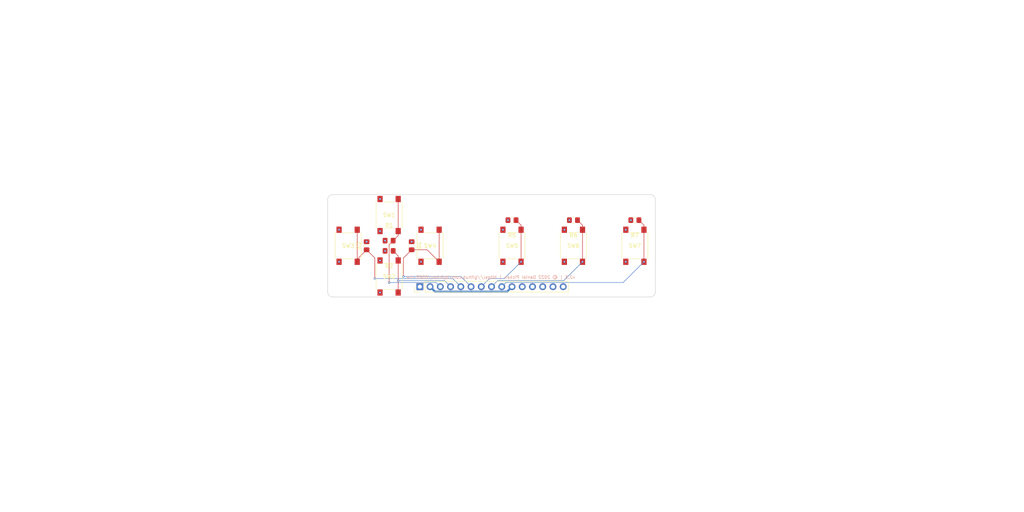
<source format=kicad_pcb>
(kicad_pcb (version 20211014) (generator pcbnew)
  (title_block (title "6502 SBC Expansion - Controller") (date "2022-06-14") (rev "2.3"))
  (layers (0 "F.Cu" signal) (1 "In1.Cu" power) (2 "In2.Cu" power) (31 "B.Cu" signal) (34 "B.Paste" user) (35 "F.Paste" user) (36 "B.SilkS" user "B.Silkscreen") (37 "F.SilkS" user "F.Silkscreen") (38 "B.Mask" user) (39 "F.Mask" user) (44 "Edge.Cuts" user))
  (net 0 "")
  (net 1 "+5V")
  (net 2 "LED_ENABLE")
  (net 3 "UP")
  (net 4 "DOWN")
  (net 5 "LEFT")
  (net 6 "RIGHT")
  (net 7 "A")
  (net 8 "B")
  (net 9 "C")
  (net 13 "GND")
  (footprint "Resistor_SMD:R_0805_2012Metric_Pad1.20x1.40mm_HandSolder" (layer "F.Cu") (at 116.84 90.17 180)
    (fp_text reference "R2" (at 0 -3.81) (layer "F.SilkS"))
    (fp_text value "1K")
    (fp_line (start -0.227064 -0.735) (end 0.227064 -0.735) (layer "F.SilkS") (width 0.12))
    (fp_line (start -0.227064 0.735) (end 0.227064 0.735) (layer "F.SilkS") (width 0.12))
    (pad "1" smd roundrect locked (at -1 0 180) (size 1.2 1.4) (layers "F.Cu" "F.Paste" "F.Mask") (roundrect_rratio 0.2083333333) (net 4 "DOWN"))
    (pad "2" smd roundrect locked (at 1 0 180) (size 1.2 1.4) (layers "F.Cu" "F.Paste" "F.Mask") (roundrect_rratio 0.2083333333) (net 13 "GND"))
  )
  (footprint "Resistor_SMD:R_0805_2012Metric_Pad1.20x1.40mm_HandSolder" (layer "F.Cu") (at 162.56 82.55 180)
    (fp_text reference "R6" (at 0 -3.81) (layer "F.SilkS"))
    (fp_text value "1K")
    (fp_line (start -0.227064 -0.735) (end 0.227064 -0.735) (layer "F.SilkS") (width 0.12))
    (fp_line (start -0.227064 0.735) (end 0.227064 0.735) (layer "F.SilkS") (width 0.12))
    (pad "1" smd roundrect locked (at -1 0 180) (size 1.2 1.4) (layers "F.Cu" "F.Paste" "F.Mask") (roundrect_rratio 0.2083333333) (net 8 "B"))
    (pad "2" smd roundrect locked (at 1 0 180) (size 1.2 1.4) (layers "F.Cu" "F.Paste" "F.Mask") (roundrect_rratio 0.2083333333) (net 13 "GND"))
  )
  (footprint "Button_Switch_SMD:SW_Push_1P1T_NO_6x6mm_H9.5mm" (layer "F.Cu") (at 162.56 88.9 90)
    (fp_text reference "SW6" (at 0 0 180) (layer "F.SilkS"))
    (fp_text value "SW_Push")
    (fp_line (start -3.23 -3.23) (end 3.23 -3.23) (layer "F.SilkS") (width 0.12))
    (fp_line (start -3.23 -3.2) (end -3.23 -3.23) (layer "F.SilkS") (width 0.12))
    (fp_line (start 3.23 -1.3) (end 3.23 1.3) (layer "F.SilkS") (width 0.12))
    (fp_line (start -3.23 -1.3) (end -3.23 1.3) (layer "F.SilkS") (width 0.12))
    (fp_line (start 3.23 3.23) (end 3.23 3.2) (layer "F.SilkS") (width 0.12))
    (fp_line (start -3.23 3.23) (end -3.23 3.2) (layer "F.SilkS") (width 0.12))
    (fp_line (start 3.23 -3.23) (end 3.23 -3.2) (layer "F.SilkS") (width 0.12))
    (fp_line (start -3.23 3.23) (end 3.23 3.23) (layer "F.SilkS") (width 0.12))
    (pad "1" smd rect locked (at 3.975 -2.25 90) (size 1.55 1.3) (layers "F.Cu" "F.Paste" "F.Mask") (net 1 "+5V"))
    (pad "1" smd rect locked (at -3.975 -2.25 90) (size 1.55 1.3) (layers "F.Cu" "F.Paste" "F.Mask") (net 1 "+5V"))
    (pad "2" smd rect locked (at -3.975 2.25 90) (size 1.55 1.3) (layers "F.Cu" "F.Paste" "F.Mask") (net 8 "B"))
    (pad "2" smd rect locked (at 3.975 2.25 90) (size 1.55 1.3) (layers "F.Cu" "F.Paste" "F.Mask") (net 8 "B"))
  )
  (footprint "Button_Switch_SMD:SW_Push_1P1T_NO_6x6mm_H9.5mm" (layer "F.Cu") (at 177.8 88.9 90)
    (fp_text reference "SW7" (at 0 0 180) (layer "F.SilkS"))
    (fp_text value "SW_Push")
    (fp_line (start -3.23 -3.2) (end -3.23 -3.23) (layer "F.SilkS") (width 0.12))
    (fp_line (start 3.23 -3.23) (end 3.23 -3.2) (layer "F.SilkS") (width 0.12))
    (fp_line (start -3.23 -1.3) (end -3.23 1.3) (layer "F.SilkS") (width 0.12))
    (fp_line (start -3.23 -3.23) (end 3.23 -3.23) (layer "F.SilkS") (width 0.12))
    (fp_line (start 3.23 -1.3) (end 3.23 1.3) (layer "F.SilkS") (width 0.12))
    (fp_line (start 3.23 3.23) (end 3.23 3.2) (layer "F.SilkS") (width 0.12))
    (fp_line (start -3.23 3.23) (end -3.23 3.2) (layer "F.SilkS") (width 0.12))
    (fp_line (start -3.23 3.23) (end 3.23 3.23) (layer "F.SilkS") (width 0.12))
    (pad "1" smd rect locked (at -3.975 -2.25 90) (size 1.55 1.3) (layers "F.Cu" "F.Paste" "F.Mask") (net 1 "+5V"))
    (pad "1" smd rect locked (at 3.975 -2.25 90) (size 1.55 1.3) (layers "F.Cu" "F.Paste" "F.Mask") (net 1 "+5V"))
    (pad "2" smd rect locked (at -3.975 2.25 90) (size 1.55 1.3) (layers "F.Cu" "F.Paste" "F.Mask") (net 9 "C"))
    (pad "2" smd rect locked (at 3.975 2.25 90) (size 1.55 1.3) (layers "F.Cu" "F.Paste" "F.Mask") (net 9 "C"))
  )
  (footprint "Button_Switch_SMD:SW_Push_1P1T_NO_6x6mm_H9.5mm" (layer "F.Cu") (at 147.32 88.9 90)
    (fp_text reference "SW5" (at 0 0 180) (layer "F.SilkS"))
    (fp_text value "SW_Push")
    (fp_line (start -3.23 3.23) (end -3.23 3.2) (layer "F.SilkS") (width 0.12))
    (fp_line (start -3.23 -1.3) (end -3.23 1.3) (layer "F.SilkS") (width 0.12))
    (fp_line (start 3.23 -3.23) (end 3.23 -3.2) (layer "F.SilkS") (width 0.12))
    (fp_line (start -3.23 -3.2) (end -3.23 -3.23) (layer "F.SilkS") (width 0.12))
    (fp_line (start 3.23 3.23) (end 3.23 3.2) (layer "F.SilkS") (width 0.12))
    (fp_line (start 3.23 -1.3) (end 3.23 1.3) (layer "F.SilkS") (width 0.12))
    (fp_line (start -3.23 3.23) (end 3.23 3.23) (layer "F.SilkS") (width 0.12))
    (fp_line (start -3.23 -3.23) (end 3.23 -3.23) (layer "F.SilkS") (width 0.12))
    (pad "1" smd rect locked (at -3.975 -2.25 90) (size 1.55 1.3) (layers "F.Cu" "F.Paste" "F.Mask") (net 1 "+5V"))
    (pad "1" smd rect locked (at 3.975 -2.25 90) (size 1.55 1.3) (layers "F.Cu" "F.Paste" "F.Mask") (net 1 "+5V"))
    (pad "2" smd rect locked (at -3.975 2.25 90) (size 1.55 1.3) (layers "F.Cu" "F.Paste" "F.Mask") (net 7 "A"))
    (pad "2" smd rect locked (at 3.975 2.25 90) (size 1.55 1.3) (layers "F.Cu" "F.Paste" "F.Mask") (net 7 "A"))
  )
  (footprint "Button_Switch_SMD:SW_Push_1P1T_NO_6x6mm_H9.5mm" (layer "F.Cu") (at 127 88.9 90)
    (fp_text reference "SW4" (at 0 0 180) (layer "F.SilkS"))
    (fp_text value "SW_Push")
    (fp_line (start -3.23 3.23) (end -3.23 3.2) (layer "F.SilkS") (width 0.12))
    (fp_line (start 3.23 -3.23) (end 3.23 -3.2) (layer "F.SilkS") (width 0.12))
    (fp_line (start -3.23 3.23) (end 3.23 3.23) (layer "F.SilkS") (width 0.12))
    (fp_line (start 3.23 -1.3) (end 3.23 1.3) (layer "F.SilkS") (width 0.12))
    (fp_line (start 3.23 3.23) (end 3.23 3.2) (layer "F.SilkS") (width 0.12))
    (fp_line (start -3.23 -1.3) (end -3.23 1.3) (layer "F.SilkS") (width 0.12))
    (fp_line (start -3.23 -3.23) (end 3.23 -3.23) (layer "F.SilkS") (width 0.12))
    (fp_line (start -3.23 -3.2) (end -3.23 -3.23) (layer "F.SilkS") (width 0.12))
    (pad "1" smd rect locked (at 3.975 -2.25 90) (size 1.55 1.3) (layers "F.Cu" "F.Paste" "F.Mask") (net 1 "+5V"))
    (pad "1" smd rect locked (at -3.975 -2.25 90) (size 1.55 1.3) (layers "F.Cu" "F.Paste" "F.Mask") (net 1 "+5V"))
    (pad "2" smd rect locked (at 3.975 2.25 90) (size 1.55 1.3) (layers "F.Cu" "F.Paste" "F.Mask") (net 6 "RIGHT"))
    (pad "2" smd rect locked (at -3.975 2.25 90) (size 1.55 1.3) (layers "F.Cu" "F.Paste" "F.Mask") (net 6 "RIGHT"))
  )
  (footprint "Button_Switch_SMD:SW_Push_1P1T_NO_6x6mm_H9.5mm" (layer "F.Cu") (at 116.84 81.28 90)
    (fp_text reference "SW1" (at 0 0 180) (layer "F.SilkS"))
    (fp_text value "SW_Push")
    (fp_line (start 3.23 -3.23) (end 3.23 -3.2) (layer "F.SilkS") (width 0.12))
    (fp_line (start -3.23 -3.23) (end 3.23 -3.23) (layer "F.SilkS") (width 0.12))
    (fp_line (start -3.23 3.23) (end -3.23 3.2) (layer "F.SilkS") (width 0.12))
    (fp_line (start -3.23 3.23) (end 3.23 3.23) (layer "F.SilkS") (width 0.12))
    (fp_line (start 3.23 3.23) (end 3.23 3.2) (layer "F.SilkS") (width 0.12))
    (fp_line (start 3.23 -1.3) (end 3.23 1.3) (layer "F.SilkS") (width 0.12))
    (fp_line (start -3.23 -3.2) (end -3.23 -3.23) (layer "F.SilkS") (width 0.12))
    (fp_line (start -3.23 -1.3) (end -3.23 1.3) (layer "F.SilkS") (width 0.12))
    (pad "1" smd rect locked (at -3.975 -2.25 90) (size 1.55 1.3) (layers "F.Cu" "F.Paste" "F.Mask") (net 1 "+5V"))
    (pad "1" smd rect locked (at 3.975 -2.25 90) (size 1.55 1.3) (layers "F.Cu" "F.Paste" "F.Mask") (net 1 "+5V"))
    (pad "2" smd rect locked (at -3.975 2.25 90) (size 1.55 1.3) (layers "F.Cu" "F.Paste" "F.Mask") (net 3 "UP"))
    (pad "2" smd rect locked (at 3.975 2.25 90) (size 1.55 1.3) (layers "F.Cu" "F.Paste" "F.Mask") (net 3 "UP"))
  )
  (footprint "Connector_PinHeader_2.54mm:PinHeader_1x15_P2.54mm_Vertical" (layer "F.Cu") (at 124.46 99.06 90)
    (fp_text reference "J1")
    (fp_text value "SBC_EXP")
    (fp_line (start -1.33 1.27) (end 1.33 1.27) (layer "F.SilkS") (width 0.12))
    (fp_line (start -1.33 36.89) (end 1.33 36.89) (layer "F.SilkS") (width 0.12))
    (fp_line (start 1.33 1.27) (end 1.33 36.89) (layer "F.SilkS") (width 0.12))
    (fp_line (start -1.33 0) (end -1.33 -1.33) (layer "F.SilkS") (width 0.12))
    (fp_line (start -1.33 -1.33) (end 0 -1.33) (layer "F.SilkS") (width 0.12))
    (fp_line (start -1.33 1.27) (end -1.33 36.89) (layer "F.SilkS") (width 0.12))
    (pad "1" thru_hole rect locked (at 0 0 90) (size 1.7 1.7) (drill 1) (layers *.Cu *.Mask) (net 1 "+5V"))
    (pad "2" thru_hole oval locked (at 0 2.54 90) (size 1.7 1.7) (drill 1) (layers *.Cu *.Mask) (net 2 "LED_ENABLE"))
    (pad "3" thru_hole oval locked (at 0 5.08 90) (size 1.7 1.7) (drill 1) (layers *.Cu *.Mask) (net 3 "UP"))
    (pad "4" thru_hole oval locked (at 0 7.62 90) (size 1.7 1.7) (drill 1) (layers *.Cu *.Mask) (net 4 "DOWN"))
    (pad "5" thru_hole oval locked (at 0 10.16 90) (size 1.7 1.7) (drill 1) (layers *.Cu *.Mask) (net 5 "LEFT"))
    (pad "6" thru_hole oval locked (at 0 12.7 90) (size 1.7 1.7) (drill 1) (layers *.Cu *.Mask) (net 6 "RIGHT"))
    (pad "7" thru_hole oval locked (at 0 15.24 90) (size 1.7 1.7) (drill 1) (layers *.Cu *.Mask) (net 7 "A"))
    (pad "8" thru_hole oval locked (at 0 17.78 90) (size 1.7 1.7) (drill 1) (layers *.Cu *.Mask) (net 8 "B"))
    (pad "9" thru_hole oval locked (at 0 20.32 90) (size 1.7 1.7) (drill 1) (layers *.Cu *.Mask) (net 9 "C"))
    (pad "10" thru_hole oval locked (at 0 22.86 90) (size 1.7 1.7) (drill 1) (layers *.Cu *.Mask) (net 2 "LED_ENABLE"))
    (pad "11" thru_hole oval locked (at 0 25.4 90) (size 1.7 1.7) (drill 1) (layers *.Cu *.Mask))
    (pad "12" thru_hole oval locked (at 0 27.94 90) (size 1.7 1.7) (drill 1) (layers *.Cu *.Mask))
    (pad "13" thru_hole oval locked (at 0 30.48 90) (size 1.7 1.7) (drill 1) (layers *.Cu *.Mask))
    (pad "14" thru_hole oval locked (at 0 33.02 90) (size 1.7 1.7) (drill 1) (layers *.Cu *.Mask) (net 13 "GND"))
    (pad "15" thru_hole oval locked (at 0 35.56 90) (size 1.7 1.7) (drill 1) (layers *.Cu *.Mask))
  )
  (footprint "Resistor_SMD:R_0805_2012Metric_Pad1.20x1.40mm_HandSolder" (layer "F.Cu") (at 177.8 82.55 180)
    (fp_text reference "R7" (at 0 -3.81) (layer "F.SilkS"))
    (fp_text value "1K")
    (fp_line (start -0.227064 0.735) (end 0.227064 0.735) (layer "F.SilkS") (width 0.12))
    (fp_line (start -0.227064 -0.735) (end 0.227064 -0.735) (layer "F.SilkS") (width 0.12))
    (pad "1" smd roundrect locked (at -1 0 180) (size 1.2 1.4) (layers "F.Cu" "F.Paste" "F.Mask") (roundrect_rratio 0.2083333333) (net 9 "C"))
    (pad "2" smd roundrect locked (at 1 0 180) (size 1.2 1.4) (layers "F.Cu" "F.Paste" "F.Mask") (roundrect_rratio 0.2083333333) (net 13 "GND"))
  )
  (footprint "Resistor_SMD:R_0805_2012Metric_Pad1.20x1.40mm_HandSolder" (layer "F.Cu") (at 147.32 82.55 180)
    (fp_text reference "R5" (at 0 -3.81) (layer "F.SilkS"))
    (fp_text value "1K")
    (fp_line (start -0.227064 0.735) (end 0.227064 0.735) (layer "F.SilkS") (width 0.12))
    (fp_line (start -0.227064 -0.735) (end 0.227064 -0.735) (layer "F.SilkS") (width 0.12))
    (pad "1" smd roundrect locked (at -1 0 180) (size 1.2 1.4) (layers "F.Cu" "F.Paste" "F.Mask") (roundrect_rratio 0.2083333333) (net 7 "A"))
    (pad "2" smd roundrect locked (at 1 0 180) (size 1.2 1.4) (layers "F.Cu" "F.Paste" "F.Mask") (roundrect_rratio 0.2083333333) (net 13 "GND"))
  )
  (footprint "Resistor_SMD:R_0805_2012Metric_Pad1.20x1.40mm_HandSolder" (layer "F.Cu") (at 111.252 88.9 90)
    (fp_text reference "R3" (at 0 -2.032 90) (layer "F.SilkS"))
    (fp_text value "1K")
    (fp_line (start -0.227064 -0.735) (end 0.227064 -0.735) (layer "F.SilkS") (width 0.12))
    (fp_line (start -0.227064 0.735) (end 0.227064 0.735) (layer "F.SilkS") (width 0.12))
    (pad "1" smd roundrect locked (at -1 0 90) (size 1.2 1.4) (layers "F.Cu" "F.Paste" "F.Mask") (roundrect_rratio 0.2083333333) (net 5 "LEFT"))
    (pad "2" smd roundrect locked (at 1 0 90) (size 1.2 1.4) (layers "F.Cu" "F.Paste" "F.Mask") (roundrect_rratio 0.2083333333) (net 13 "GND"))
  )
  (footprint "Resistor_SMD:R_0805_2012Metric_Pad1.20x1.40mm_HandSolder" (layer "F.Cu") (at 116.84 87.63 180)
    (fp_text reference "R1" (at 0 3.81) (layer "F.SilkS"))
    (fp_text value "1K")
    (fp_line (start -0.227064 0.735) (end 0.227064 0.735) (layer "F.SilkS") (width 0.12))
    (fp_line (start -0.227064 -0.735) (end 0.227064 -0.735) (layer "F.SilkS") (width 0.12))
    (pad "1" smd roundrect locked (at -1 0 180) (size 1.2 1.4) (layers "F.Cu" "F.Paste" "F.Mask") (roundrect_rratio 0.2083333333) (net 3 "UP"))
    (pad "2" smd roundrect locked (at 1 0 180) (size 1.2 1.4) (layers "F.Cu" "F.Paste" "F.Mask") (roundrect_rratio 0.2083333333) (net 13 "GND"))
  )
  (footprint "Button_Switch_SMD:SW_Push_1P1T_NO_6x6mm_H9.5mm" (layer "F.Cu") (at 116.84 96.52 90)
    (fp_text reference "SW2" (at 0 0 180) (layer "F.SilkS"))
    (fp_text value "SW_Push")
    (fp_line (start -3.23 -3.2) (end -3.23 -3.23) (layer "F.SilkS") (width 0.12))
    (fp_line (start -3.23 3.23) (end 3.23 3.23) (layer "F.SilkS") (width 0.12))
    (fp_line (start 3.23 -1.3) (end 3.23 1.3) (layer "F.SilkS") (width 0.12))
    (fp_line (start 3.23 3.23) (end 3.23 3.2) (layer "F.SilkS") (width 0.12))
    (fp_line (start 3.23 -3.23) (end 3.23 -3.2) (layer "F.SilkS") (width 0.12))
    (fp_line (start -3.23 3.23) (end -3.23 3.2) (layer "F.SilkS") (width 0.12))
    (fp_line (start -3.23 -3.23) (end 3.23 -3.23) (layer "F.SilkS") (width 0.12))
    (fp_line (start -3.23 -1.3) (end -3.23 1.3) (layer "F.SilkS") (width 0.12))
    (pad "1" smd rect locked (at 3.975 -2.25 90) (size 1.55 1.3) (layers "F.Cu" "F.Paste" "F.Mask") (net 1 "+5V"))
    (pad "1" smd rect locked (at -3.975 -2.25 90) (size 1.55 1.3) (layers "F.Cu" "F.Paste" "F.Mask") (net 1 "+5V"))
    (pad "2" smd rect locked (at 3.975 2.25 90) (size 1.55 1.3) (layers "F.Cu" "F.Paste" "F.Mask") (net 4 "DOWN"))
    (pad "2" smd rect locked (at -3.975 2.25 90) (size 1.55 1.3) (layers "F.Cu" "F.Paste" "F.Mask") (net 4 "DOWN"))
  )
  (footprint "Button_Switch_SMD:SW_Push_1P1T_NO_6x6mm_H9.5mm" (layer "F.Cu") (at 106.68 88.9 90)
    (fp_text reference "SW3" (at 0 0 180) (layer "F.SilkS"))
    (fp_text value "SW_Push")
    (fp_line (start -3.23 -3.2) (end -3.23 -3.23) (layer "F.SilkS") (width 0.12))
    (fp_line (start 3.23 3.23) (end 3.23 3.2) (layer "F.SilkS") (width 0.12))
    (fp_line (start -3.23 -3.23) (end 3.23 -3.23) (layer "F.SilkS") (width 0.12))
    (fp_line (start -3.23 3.23) (end 3.23 3.23) (layer "F.SilkS") (width 0.12))
    (fp_line (start -3.23 3.23) (end -3.23 3.2) (layer "F.SilkS") (width 0.12))
    (fp_line (start -3.23 -1.3) (end -3.23 1.3) (layer "F.SilkS") (width 0.12))
    (fp_line (start 3.23 -1.3) (end 3.23 1.3) (layer "F.SilkS") (width 0.12))
    (fp_line (start 3.23 -3.23) (end 3.23 -3.2) (layer "F.SilkS") (width 0.12))
    (pad "1" smd rect locked (at 3.975 -2.25 90) (size 1.55 1.3) (layers "F.Cu" "F.Paste" "F.Mask") (net 1 "+5V"))
    (pad "1" smd rect locked (at -3.975 -2.25 90) (size 1.55 1.3) (layers "F.Cu" "F.Paste" "F.Mask") (net 1 "+5V"))
    (pad "2" smd rect locked (at -3.975 2.25 90) (size 1.55 1.3) (layers "F.Cu" "F.Paste" "F.Mask") (net 5 "LEFT"))
    (pad "2" smd rect locked (at 3.975 2.25 90) (size 1.55 1.3) (layers "F.Cu" "F.Paste" "F.Mask") (net 5 "LEFT"))
  )
  (footprint "Resistor_SMD:R_0805_2012Metric_Pad1.20x1.40mm_HandSolder" (layer "F.Cu") (at 122.428 88.9 90)
    (fp_text reference "R4" (at 0 2.032 90) (layer "F.SilkS"))
    (fp_text value "1K")
    (fp_line (start -0.227064 -0.735) (end 0.227064 -0.735) (layer "F.SilkS") (width 0.12))
    (fp_line (start -0.227064 0.735) (end 0.227064 0.735) (layer "F.SilkS") (width 0.12))
    (pad "1" smd roundrect locked (at -1 0 90) (size 1.2 1.4) (layers "F.Cu" "F.Paste" "F.Mask") (roundrect_rratio 0.2083333333) (net 6 "RIGHT"))
    (pad "2" smd roundrect locked (at 1 0 90) (size 1.2 1.4) (layers "F.Cu" "F.Paste" "F.Mask") (roundrect_rratio 0.2083333333) (net 13 "GND"))
  )
  (gr_arc (start 181.61 76.2) (mid 182.508026 76.571974) (end 182.88 77.47) (layer "Edge.Cuts") (width 0.127))
  (gr_line (start 102.87 76.2) (end 181.61 76.2) (layer "Edge.Cuts") (width 0.127))
  (gr_arc (start 102.87 101.6) (mid 101.971974 101.228026) (end 101.6 100.33) (layer "Edge.Cuts") (width 0.127))
  (gr_line (start 182.88 77.47) (end 182.88 100.33) (layer "Edge.Cuts") (width 0.127))
  (gr_arc (start 101.6 77.47) (mid 101.971974 76.571974) (end 102.87 76.2) (layer "Edge.Cuts") (width 0.127))
  (gr_line (start 181.61 101.6) (end 102.87 101.6) (layer "Edge.Cuts") (width 0.127))
  (gr_arc (start 182.88 100.33) (mid 182.508026 101.228026) (end 181.61 101.6) (layer "Edge.Cuts") (width 0.127))
  (gr_line (start 101.6 100.33) (end 101.6 77.47) (layer "Edge.Cuts") (width 0.127))
  (gr_text "v2.3 | © 2022 Daniel Picken | https://github.com/dpicken/6502-hw" (at 163.018089 96.705979) (layer "B.SilkS") (effects (font (size 0.762 0.762) (thickness 0.127)) (justify left mirror)))
  (via (at 114.59 77.305) (size 0.508) (drill 0.254) (layers "F.Cu" "B.Cu") (net 1))
  (via (at 124.75 92.875) (size 0.508) (drill 0.254) (layers "F.Cu" "B.Cu") (net 1))
  (via (at 114.59 100.495) (size 0.508) (drill 0.254) (layers "F.Cu" "B.Cu") (net 1))
  (via (at 104.43 84.925) (size 0.508) (drill 0.254) (layers "F.Cu" "B.Cu") (net 1))
  (via (at 145.07 84.925) (size 0.508) (drill 0.254) (layers "F.Cu" "B.Cu") (net 1))
  (via (at 145.07 92.875) (size 0.508) (drill 0.254) (layers "F.Cu" "B.Cu") (net 1))
  (via (at 124.75 84.925) (size 0.508) (drill 0.254) (layers "F.Cu" "B.Cu") (net 1))
  (via (at 114.59 92.545) (size 0.508) (drill 0.254) (layers "F.Cu" "B.Cu") (net 1))
  (via (at 160.31 84.925) (size 0.508) (drill 0.254) (layers "F.Cu" "B.Cu") (net 1))
  (via (at 160.31 92.875) (size 0.508) (drill 0.254) (layers "F.Cu" "B.Cu") (net 1))
  (via (at 175.55 84.925) (size 0.508) (drill 0.254) (layers "F.Cu" "B.Cu") (net 1))
  (via (at 175.55 92.875) (size 0.508) (drill 0.254) (layers "F.Cu" "B.Cu") (net 1))
  (via (at 104.43 92.875) (size 0.508) (drill 0.254) (layers "F.Cu" "B.Cu") (net 1))
  (via (at 114.59 85.255) (size 0.508) (drill 0.254) (layers "F.Cu" "B.Cu") (net 1))
  (segment (start 146.089489 100.290511) (end 147.32 99.06) (width 0.508) (layer "B.Cu") (net 2))
  (segment (start 127 99.06) (end 128.230511 100.290511) (width 0.508) (layer "B.Cu") (net 2))
  (segment (start 128.230511 100.290511) (end 146.089489 100.290511) (width 0.508) (layer "B.Cu") (net 2))
  (segment (start 116.84 88.63) (end 117.84 87.63) (width 0.127) (layer "F.Cu") (net 3))
  (segment (start 119.09 85.255) (end 119.09 86.38) (width 0.127) (layer "F.Cu") (net 3))
  (segment (start 119.09 86.38) (end 117.84 87.63) (width 0.127) (layer "F.Cu") (net 3))
  (segment (start 119.09 85.255) (end 119.09 77.305) (width 0.127) (layer "F.Cu") (net 3))
  (segment (start 116.84 98.044) (end 116.84 88.63) (width 0.127) (layer "F.Cu") (net 3))
  (via (at 116.84 98.044) (size 0.508) (drill 0.254) (layers "F.Cu" "B.Cu") (net 3))
  (segment (start 129.54 99.06) (end 128.499989 98.019989) (width 0.127) (layer "B.Cu") (net 3))
  (segment (start 128.499989 98.019989) (end 116.864011 98.019989) (width 0.127) (layer "B.Cu") (net 3))
  (segment (start 116.864011 98.019989) (end 116.84 98.044) (width 0.127) (layer "B.Cu") (net 3))
  (segment (start 119.09 100.495) (end 119.09 92.545) (width 0.127) (layer "F.Cu") (net 4))
  (segment (start 119.09 91.42) (end 117.84 90.17) (width 0.127) (layer "F.Cu") (net 4))
  (segment (start 119.09 92.545) (end 119.09 91.42) (width 0.127) (layer "F.Cu") (net 4))
  (via (at 119.09 97.536) (size 0.508) (drill 0.254) (layers "F.Cu" "B.Cu") (net 4))
  (segment (start 130.556 97.536) (end 119.38 97.536) (width 0.127) (layer "B.Cu") (net 4))
  (segment (start 132.08 99.06) (end 130.556 97.536) (width 0.127) (layer "B.Cu") (net 4))
  (segment (start 113.284 91.932) (end 113.284 97.028) (width 0.127) (layer "F.Cu") (net 5))
  (segment (start 108.93 92.875) (end 108.93 92.222) (width 0.127) (layer "F.Cu") (net 5))
  (segment (start 108.93 84.925) (end 108.93 92.875) (width 0.127) (layer "F.Cu") (net 5))
  (segment (start 108.93 92.222) (end 111.252 89.9) (width 0.127) (layer "F.Cu") (net 5))
  (segment (start 111.252 89.9) (end 113.284 91.932) (width 0.127) (layer "F.Cu") (net 5))
  (via (at 113.284 97.028) (size 0.508) (drill 0.254) (layers "F.Cu" "B.Cu") (net 5))
  (segment (start 132.588 97.028) (end 134.62 99.06) (width 0.127) (layer "B.Cu") (net 5))
  (segment (start 113.284 97.028) (end 132.588 97.028) (width 0.127) (layer "B.Cu") (net 5))
  (segment (start 129.25 92.875) (end 129.25 84.925) (width 0.127) (layer "F.Cu") (net 6))
  (segment (start 120.396 91.932) (end 122.428 89.9) (width 0.127) (layer "F.Cu") (net 6))
  (segment (start 126.275 89.9) (end 129.25 92.875) (width 0.127) (layer "F.Cu") (net 6))
  (segment (start 120.396 96.52) (end 120.396 91.932) (width 0.127) (layer "F.Cu") (net 6))
  (segment (start 122.428 89.9) (end 126.275 89.9) (width 0.127) (layer "F.Cu") (net 6))
  (via (at 120.396 96.52) (size 0.508) (drill 0.254) (layers "F.Cu" "B.Cu") (net 6))
  (segment (start 120.396 96.52) (end 134.62 96.52) (width 0.127) (layer "B.Cu") (net 6))
  (segment (start 134.62 96.52) (end 137.16 99.06) (width 0.127) (layer "B.Cu") (net 6))
  (segment (start 149.57 83.8) (end 148.32 82.55) (width 0.127) (layer "F.Cu") (net 7))
  (segment (start 149.57 84.925) (end 149.57 83.8) (width 0.127) (layer "F.Cu") (net 7))
  (segment (start 149.57 92.875) (end 149.57 84.925) (width 0.127) (layer "F.Cu") (net 7))
  (via (at 149.57 92.875) (size 0.508) (drill 0.254) (layers "F.Cu" "B.Cu") (net 7))
  (segment (start 139.7 99.06) (end 141.732 97.028) (width 0.127) (layer "B.Cu") (net 7))
  (segment (start 145.417 97.028) (end 149.57 92.875) (width 0.127) (layer "B.Cu") (net 7))
  (segment (start 141.732 97.028) (end 145.417 97.028) (width 0.127) (layer "B.Cu") (net 7))
  (segment (start 164.81 92.875) (end 164.81 84.925) (width 0.127) (layer "F.Cu") (net 8))
  (segment (start 164.81 84.925) (end 164.81 83.8) (width 0.127) (layer "F.Cu") (net 8))
  (segment (start 164.81 83.8) (end 163.56 82.55) (width 0.127) (layer "F.Cu") (net 8))
  (via (at 164.81 92.875) (size 0.508) (drill 0.254) (layers "F.Cu" "B.Cu") (net 8))
  (segment (start 160.149 97.536) (end 164.81 92.875) (width 0.127) (layer "B.Cu") (net 8))
  (segment (start 143.764 97.536) (end 160.149 97.536) (width 0.127) (layer "B.Cu") (net 8))
  (segment (start 142.24 99.06) (end 143.764 97.536) (width 0.127) (layer "B.Cu") (net 8))
  (segment (start 180.05 83.8) (end 178.8 82.55) (width 0.127) (layer "F.Cu") (net 9))
  (segment (start 180.05 92.875) (end 180.05 84.925) (width 0.127) (layer "F.Cu") (net 9))
  (segment (start 180.05 84.925) (end 180.05 83.8) (width 0.127) (layer "F.Cu") (net 9))
  (via (at 180.05 92.875) (size 0.508) (drill 0.254) (layers "F.Cu" "B.Cu") (net 9))
  (segment (start 174.905011 98.019989) (end 180.05 92.875) (width 0.127) (layer "B.Cu") (net 9))
  (segment (start 145.820011 98.019989) (end 174.905011 98.019989) (width 0.127) (layer "B.Cu") (net 9))
  (segment (start 144.78 99.06) (end 145.820011 98.019989) (width 0.127) (layer "B.Cu") (net 9))
  (via (at 122.428 87.9) (size 0.508) (drill 0.254) (layers "F.Cu" "B.Cu") (net 13))
  (via (at 115.84 87.63) (size 0.508) (drill 0.254) (layers "F.Cu" "B.Cu") (net 13))
  (via (at 176.8 82.55) (size 0.508) (drill 0.254) (layers "F.Cu" "B.Cu") (net 13))
  (via (at 161.56 82.55) (size 0.508) (drill 0.254) (layers "F.Cu" "B.Cu") (net 13))
  (via (at 111.252 87.9) (size 0.508) (drill 0.254) (layers "F.Cu" "B.Cu") (net 13))
  (via (at 146.32 82.55) (size 0.508) (drill 0.254) (layers "F.Cu" "B.Cu") (net 13))
  (via (at 115.84 90.17) (size 0.508) (drill 0.254) (layers "F.Cu" "B.Cu") (net 13))
)
</source>
